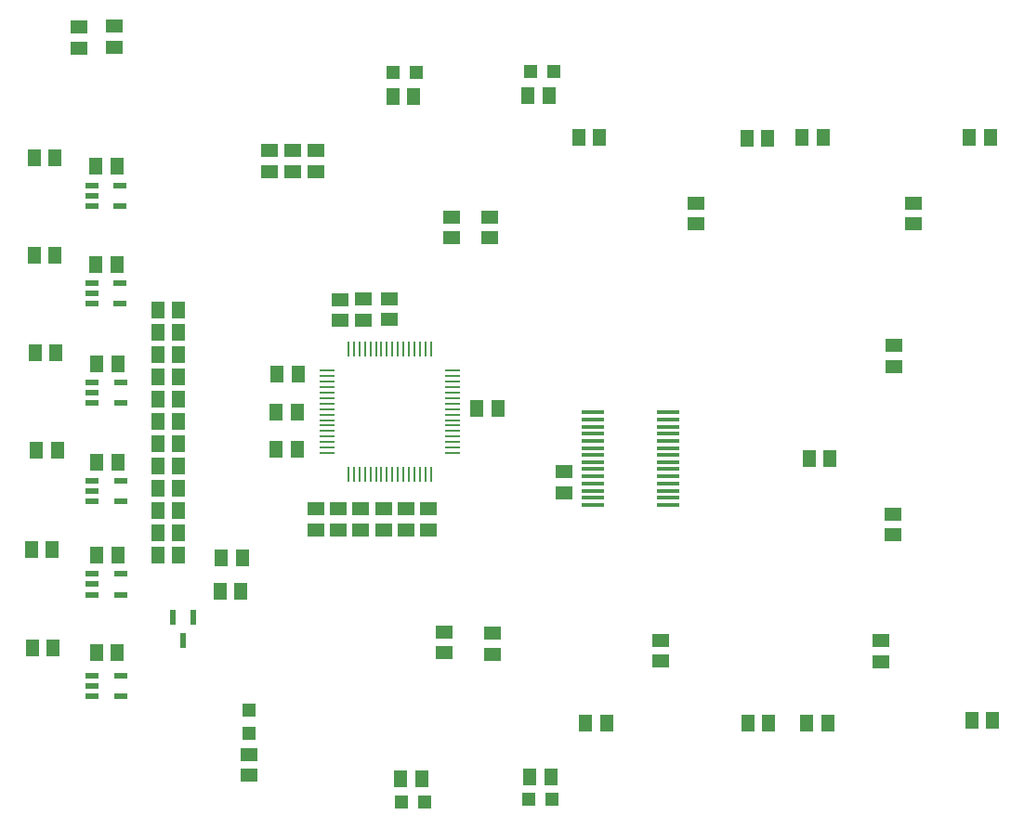
<source format=gtp>
G75*
%MOIN*%
%OFA0B0*%
%FSLAX24Y24*%
%IPPOS*%
%LPD*%
%AMOC8*
5,1,8,0,0,1.08239X$1,22.5*
%
%ADD10R,0.0580X0.0110*%
%ADD11R,0.0110X0.0580*%
%ADD12R,0.0810X0.0170*%
%ADD13R,0.0591X0.0512*%
%ADD14R,0.0512X0.0591*%
%ADD15R,0.0500X0.0220*%
%ADD16R,0.0472X0.0472*%
%ADD17R,0.0220X0.0520*%
%ADD18R,0.0200X0.0520*%
D10*
X018277Y016857D03*
X018277Y017057D03*
X018277Y017257D03*
X018277Y017447D03*
X018277Y017647D03*
X018277Y017847D03*
X018277Y018037D03*
X018277Y018237D03*
X018277Y018437D03*
X018277Y018637D03*
X018277Y018827D03*
X018277Y019027D03*
X018277Y019227D03*
X018277Y019417D03*
X018277Y019617D03*
X018277Y019817D03*
X022777Y019817D03*
X022777Y019617D03*
X022777Y019417D03*
X022777Y019227D03*
X022777Y019027D03*
X022777Y018827D03*
X022777Y018637D03*
X022777Y018437D03*
X022777Y018237D03*
X022777Y018037D03*
X022777Y017847D03*
X022777Y017647D03*
X022777Y017447D03*
X022777Y017257D03*
X022777Y017057D03*
X022777Y016857D03*
D11*
X022007Y016087D03*
X021807Y016087D03*
X021607Y016087D03*
X021417Y016087D03*
X021217Y016087D03*
X021017Y016087D03*
X020827Y016087D03*
X020627Y016087D03*
X020427Y016087D03*
X020227Y016087D03*
X020037Y016087D03*
X019837Y016087D03*
X019637Y016087D03*
X019447Y016087D03*
X019247Y016087D03*
X019047Y016087D03*
X019047Y020587D03*
X019247Y020587D03*
X019447Y020587D03*
X019637Y020587D03*
X019837Y020587D03*
X020037Y020587D03*
X020227Y020587D03*
X020427Y020587D03*
X020627Y020587D03*
X020827Y020587D03*
X021017Y020587D03*
X021217Y020587D03*
X021417Y020587D03*
X021607Y020587D03*
X021807Y020587D03*
X022007Y020587D03*
D12*
X027805Y018313D03*
X027805Y018063D03*
X027805Y017803D03*
X027805Y017553D03*
X027805Y017293D03*
X027805Y017033D03*
X027805Y016783D03*
X027805Y016523D03*
X027805Y016273D03*
X027805Y016013D03*
X027805Y015753D03*
X027805Y015503D03*
X027805Y015243D03*
X027805Y014993D03*
X030505Y014993D03*
X030505Y015243D03*
X030505Y015503D03*
X030505Y015753D03*
X030505Y016013D03*
X030505Y016273D03*
X030505Y016523D03*
X030505Y016783D03*
X030505Y017033D03*
X030505Y017293D03*
X030505Y017553D03*
X030505Y017803D03*
X030505Y018063D03*
X030505Y018313D03*
D13*
X026777Y016172D03*
X026777Y015424D03*
X021913Y014843D03*
X021913Y014095D03*
X021111Y014096D03*
X021111Y014844D03*
X020300Y014844D03*
X020300Y014096D03*
X019490Y014097D03*
X019490Y014845D03*
X018681Y014844D03*
X017879Y014843D03*
X017879Y014095D03*
X018681Y014096D03*
X022470Y010429D03*
X022470Y009680D03*
X024206Y009625D03*
X024206Y010373D03*
X030258Y010134D03*
X030258Y009386D03*
X038132Y009367D03*
X038132Y010115D03*
X038580Y013914D03*
X038580Y014662D03*
X038596Y019956D03*
X038596Y020704D03*
X039328Y025075D03*
X039328Y025823D03*
X031499Y025821D03*
X031499Y025073D03*
X024100Y025332D03*
X024100Y024584D03*
X022759Y024582D03*
X022759Y025330D03*
X020496Y022403D03*
X020496Y021655D03*
X019586Y021637D03*
X018731Y021621D03*
X018731Y022369D03*
X019586Y022385D03*
X017863Y026965D03*
X017863Y027713D03*
X017045Y027709D03*
X017045Y026961D03*
X016226Y026964D03*
X016226Y027712D03*
X010633Y031430D03*
X010633Y032178D03*
X009368Y032152D03*
X009368Y031403D03*
X015473Y006025D03*
X015473Y005277D03*
D14*
X020924Y005140D03*
X021672Y005140D03*
X025561Y005230D03*
X026310Y005230D03*
X027549Y007162D03*
X028297Y007162D03*
X033380Y007148D03*
X034128Y007148D03*
X035481Y007147D03*
X036229Y007147D03*
X041402Y007239D03*
X042150Y007239D03*
X036311Y016658D03*
X035563Y016658D03*
X024398Y018448D03*
X023650Y018448D03*
X017209Y018322D03*
X016461Y018322D03*
X016453Y016978D03*
X017201Y016978D03*
X017233Y019675D03*
X016485Y019675D03*
X012951Y019583D03*
X012203Y019583D03*
X012203Y018784D03*
X012951Y018784D03*
X012949Y017989D03*
X012201Y017989D03*
X012198Y017189D03*
X012946Y017189D03*
X012946Y016392D03*
X012198Y016392D03*
X012197Y015585D03*
X012945Y015585D03*
X012944Y014785D03*
X012196Y014785D03*
X012197Y013981D03*
X012945Y013981D03*
X012944Y013184D03*
X012196Y013184D03*
X010766Y013179D03*
X010018Y013179D03*
X008424Y013373D03*
X007676Y013373D03*
X010017Y016512D03*
X010766Y016512D03*
X008601Y016968D03*
X007853Y016968D03*
X010015Y020046D03*
X010763Y020046D03*
X012202Y020381D03*
X012950Y020381D03*
X012950Y021180D03*
X012202Y021180D03*
X012207Y021980D03*
X012955Y021980D03*
X010737Y023625D03*
X009989Y023625D03*
X008514Y023965D03*
X007765Y023965D03*
X009995Y027169D03*
X010743Y027169D03*
X008517Y027462D03*
X007769Y027462D03*
X007803Y020443D03*
X008551Y020443D03*
X014486Y013101D03*
X015234Y013101D03*
X015185Y011898D03*
X014437Y011898D03*
X010756Y009695D03*
X010008Y009695D03*
X008445Y009853D03*
X007697Y009853D03*
X027305Y028177D03*
X028053Y028177D03*
X026234Y029700D03*
X025486Y029700D03*
X021386Y029649D03*
X020638Y029649D03*
X033333Y028170D03*
X034081Y028170D03*
X035324Y028176D03*
X036072Y028176D03*
X041325Y028196D03*
X042073Y028196D03*
D15*
X009856Y008128D03*
X009856Y008498D03*
X009856Y008868D03*
X010876Y008868D03*
X010876Y008128D03*
X010876Y011770D03*
X010876Y012510D03*
X009856Y012510D03*
X009856Y012140D03*
X009856Y011770D03*
X009853Y015106D03*
X009853Y015476D03*
X009853Y015846D03*
X010873Y015846D03*
X010873Y015106D03*
X010871Y018644D03*
X010871Y019384D03*
X009851Y019384D03*
X009851Y019014D03*
X009851Y018644D03*
X009839Y022216D03*
X009839Y022586D03*
X009839Y022956D03*
X010859Y022956D03*
X010859Y022216D03*
X010850Y025729D03*
X010850Y026469D03*
X009830Y026469D03*
X009830Y026099D03*
X009830Y025729D03*
D16*
X020653Y030508D03*
X021480Y030508D03*
X025592Y030564D03*
X026419Y030564D03*
X015472Y007614D03*
X015472Y006787D03*
X020952Y004332D03*
X021779Y004332D03*
X025526Y004430D03*
X026352Y004430D03*
D17*
X013476Y010965D03*
X012736Y010965D03*
D18*
X013106Y010105D03*
M02*

</source>
